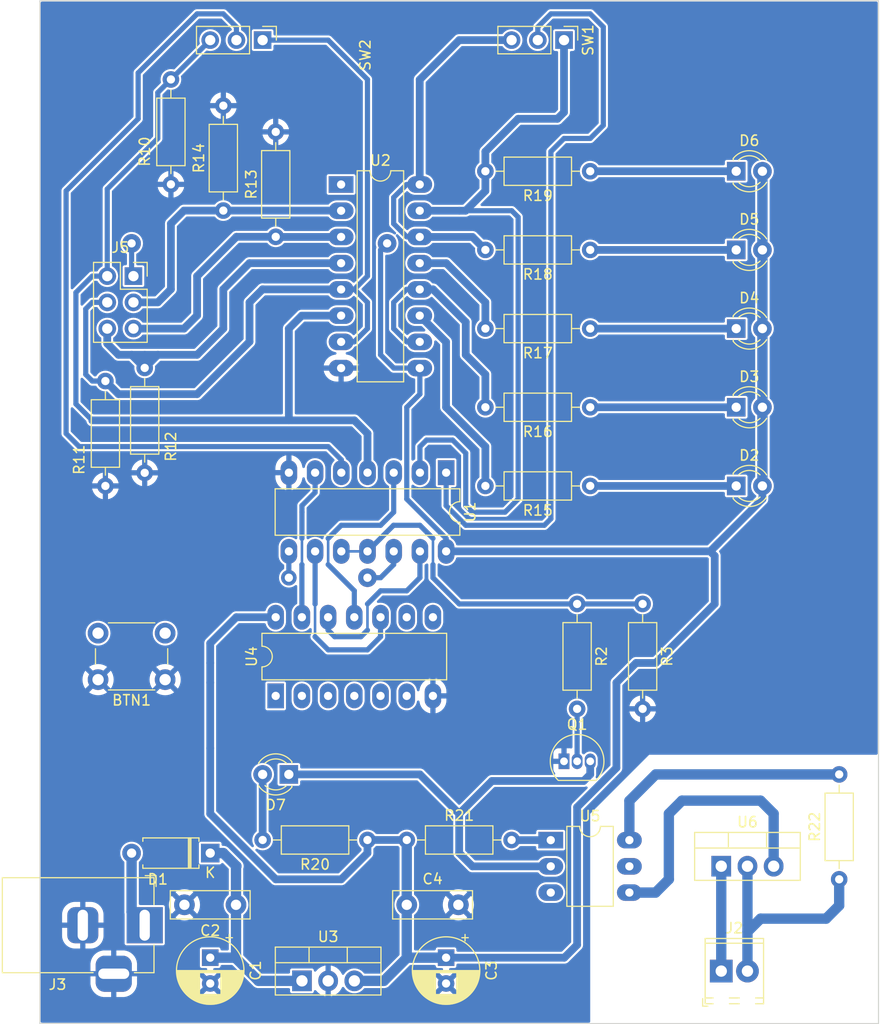
<source format=kicad_pcb>
(kicad_pcb (version 20211014) (generator pcbnew)
  (layers (0 "F.Cu" signal) (31 "B.Cu" signal) (34 "B.Paste" user) (35 "F.Paste" user) (36 "B.SilkS" user "B.Silkscreen") (37 "F.SilkS" user "F.Silkscreen") (38 "B.Mask" user) (39 "F.Mask" user) (44 "Edge.Cuts" user))
  (net 0 "")
  (net 1 "GNDD")
  (net 2 "+12V")
  (net 3 "+5V")
  (net 4 "Net-(BTN1-Pad2)")
  (net 5 "Net-(D2-Pad1)")
  (net 6 "Net-(D4-Pad1)")
  (net 7 "Net-(D5-Pad1)")
  (net 8 "Net-(D6-Pad1)")
  (net 9 "Net-(D7-Pad1)")
  (net 10 "Net-(D7-Pad2)")
  (net 11 "Net-(J2-Pad1)")
  (net 12 "Net-(J2-Pad2)")
  (net 13 "11")
  (net 14 "Net-(J5-Pad3)")
  (net 15 "22")
  (net 16 "Net-(J5-Pad6)")
  (net 17 "Net-(Q1-Pad2)")
  (net 18 "Net-(R2-Pad1)")
  (net 19 "/N1")
  (net 20 "/N3")
  (net 21 "N5")
  (net 22 "Net-(R21-Pad2)")
  (net 23 "Net-(R22-Pad2)")
  (net 24 "Net-(SW1-Pad2)")
  (net 25 "N44")
  (net 26 "Net-(SW2-Pad2)")
  (net 27 "Net-(U1-Pad3)")
  (net 28 "N22")
  (net 30 "Net-(U5-Pad4)")
  (net 32 "Net-(U1-Pad13)")
  (net 33 "Net-(J3-Pad1)")
  (net 34 "Net-(U1-Pad6)")
  (net 35 "Net-(U1-Pad9)")
  (net 36 "Net-(D3-Pad1)")
  (net 37 "Net-(J5-Pad5)")
  (footprint "Connector_BarrelJack:BarrelJack_Horizontal" (layer "F.Cu") (at 213.36 140.335)
    (fp_text reference "J3" (at -8.45 5.75) (layer "F.SilkS"))
    (fp_text value "DC IN")
    (pad "1" thru_hole rect (at 0 0) (size 3.5 3.5) (drill oval 1 3) (layers *.Cu *.Mask) (net 33 "Net-(J3-Pad1)"))
    (pad "2" thru_hole roundrect (at -6 0) (size 3 3.5) (drill oval 1 3) (layers *.Cu *.Mask) (net 1 "GNDD"))
    (pad "3" thru_hole roundrect (at -3 4.7) (size 3.5 3.5) (drill oval 3 1) (layers *.Cu *.Mask) (net 1 "GNDD"))
  )
  (footprint "Package_TO_SOT_THT:TO-220-3_Vertical" (layer "F.Cu") (at 228.6 145.725)
    (fp_text reference "U3" (at 2.54 -4.27) (layer "F.SilkS"))
    (fp_text value "LM7805")
    (pad "1" thru_hole rect (at 0 0) (size 1.905 2) (drill 1.1) (layers *.Cu *.Mask) (net 2 "+12V"))
    (pad "2" thru_hole oval (at 2.54 0) (size 1.905 2) (drill 1.1) (layers *.Cu *.Mask) (net 1 "GNDD"))
    (pad "3" thru_hole oval (at 5.08 0) (size 1.905 2) (drill 1.1) (layers *.Cu *.Mask) (net 3 "+5V"))
  )
  (footprint "Capacitor_THT:CP_Radial_D6.3mm_P2.50mm" (layer "F.Cu") (at 242.57 143.48 -90)
    (fp_text reference "C3" (at 1.25 -4.4 90) (layer "F.SilkS"))
    (fp_text value "470uF")
    (pad "1" thru_hole rect (at 0 0 270) (size 1.6 1.6) (drill 0.8) (layers *.Cu *.Mask) (net 3 "+5V"))
    (pad "2" thru_hole circle (at 2.5 0 270) (size 1.6 1.6) (drill 0.8) (layers *.Cu *.Mask) (net 1 "GNDD"))
  )
  (footprint "Resistor_THT:R_Axial_DIN0207_L6.3mm_D2.5mm_P10.16mm_Horizontal" (layer "F.Cu") (at 256.54 97.79 180)
    (fp_text reference "R15" (at 5.08 -2.37) (layer "F.SilkS"))
    (fp_text value "330R")
    (pad "1" thru_hole circle (at 0 0 180) (size 1.6 1.6) (drill 0.8) (layers *.Cu *.Mask) (net 5 "Net-(D2-Pad1)"))
    (pad "2" thru_hole oval (at 10.16 0 180) (size 1.6 1.6) (drill 0.8) (layers *.Cu *.Mask) (net 19 "/N1"))
  )
  (footprint "Connector_PinHeader_2.54mm:PinHeader_1x03_P2.54mm_Vertical" (layer "F.Cu") (at 254 54.61 -90)
    (fp_text reference "SW1" (at 0 -2.33 90) (layer "F.SilkS"))
    (fp_text value "Nivel MAX")
    (pad "1" thru_hole rect (at 0 0 270) (size 1.7 1.7) (drill 1) (layers *.Cu *.Mask) (net 21 "N5"))
    (pad "2" thru_hole oval (at 0 2.54 270) (size 1.7 1.7) (drill 1) (layers *.Cu *.Mask) (net 24 "Net-(SW1-Pad2)"))
    (pad "3" thru_hole oval (at 0 5.08 270) (size 1.7 1.7) (drill 1) (layers *.Cu *.Mask) (net 25 "N44"))
  )
  (footprint "LED_THT:LED_D3.0mm_IRGrey" (layer "F.Cu") (at 227.33 125.73 180)
    (fp_text reference "D7" (at 1.27 -2.96) (layer "F.SilkS"))
    (fp_text value "ENCENDIDO")
    (pad "1" thru_hole rect (at 0 0 180) (size 1.8 1.8) (drill 0.9) (layers *.Cu *.Mask) (net 9 "Net-(D7-Pad1)"))
    (pad "2" thru_hole circle (at 2.54 0 180) (size 1.8 1.8) (drill 0.9) (layers *.Cu *.Mask) (net 10 "Net-(D7-Pad2)"))
  )
  (footprint "Resistor_THT:R_Axial_DIN0207_L6.3mm_D2.5mm_P10.16mm_Horizontal" (layer "F.Cu") (at 213.36 86.36 -90)
    (fp_text reference "R12" (at 7.62 -2.54 90) (layer "F.SilkS"))
    (fp_text value "1K")
    (pad "1" thru_hole circle (at 0 0 270) (size 1.6 1.6) (drill 0.8) (layers *.Cu *.Mask) (net 16 "Net-(J5-Pad6)"))
    (pad "2" thru_hole oval (at 10.16 0 270) (size 1.6 1.6) (drill 0.8) (layers *.Cu *.Mask) (net 1 "GNDD"))
  )
  (footprint "Resistor_THT:R_Axial_DIN0207_L6.3mm_D2.5mm_P10.16mm_Horizontal" (layer "F.Cu") (at 280.67 135.89 90)
    (fp_text reference "R22" (at 5.08 -2.37 90) (layer "F.SilkS"))
    (fp_text value "470R")
    (pad "1" thru_hole circle (at 0 0 90) (size 1.6 1.6) (drill 0.8) (layers *.Cu *.Mask) (net 12 "Net-(J2-Pad2)"))
    (pad "2" thru_hole oval (at 10.16 0 90) (size 1.6 1.6) (drill 0.8) (layers *.Cu *.Mask) (net 23 "Net-(R22-Pad2)"))
  )
  (footprint "LED_THT:LED_D3.0mm" (layer "F.Cu") (at 270.69 74.93)
    (fp_text reference "D5" (at 1.27 -2.96) (layer "F.SilkS"))
    (fp_text value "80%")
    (pad "1" thru_hole rect (at 0 0) (size 1.8 1.8) (drill 0.9) (layers *.Cu *.Mask) (net 7 "Net-(D5-Pad1)"))
    (pad "2" thru_hole circle (at 2.54 0) (size 1.8 1.8) (drill 0.9) (layers *.Cu *.Mask) (net 3 "+5V"))
  )
  (footprint "Resistor_THT:R_Axial_DIN0207_L6.3mm_D2.5mm_P10.16mm_Horizontal" (layer "F.Cu") (at 234.95 132.08 180)
    (fp_text reference "R20" (at 5.08 -2.37) (layer "F.SilkS"))
    (fp_text value "330R")
    (pad "1" thru_hole circle (at 0 0 180) (size 1.6 1.6) (drill 0.8) (layers *.Cu *.Mask) (net 3 "+5V"))
    (pad "2" thru_hole oval (at 10.16 0 180) (size 1.6 1.6) (drill 0.8) (layers *.Cu *.Mask) (net 10 "Net-(D7-Pad2)"))
  )
  (footprint "Resistor_THT:R_Axial_DIN0207_L6.3mm_D2.5mm_P10.16mm_Horizontal" (layer "F.Cu") (at 256.54 90.17 180)
    (fp_text reference "R16" (at 5.08 -2.37) (layer "F.SilkS"))
    (fp_text value "330R")
    (pad "1" thru_hole circle (at 0 0 180) (size 1.6 1.6) (drill 0.8) (layers *.Cu *.Mask) (net 36 "Net-(D3-Pad1)"))
    (pad "2" thru_hole oval (at 10.16 0 180) (size 1.6 1.6) (drill 0.8) (layers *.Cu *.Mask) (net 28 "N22"))
  )
  (footprint "Resistor_THT:R_Axial_DIN0207_L6.3mm_D2.5mm_P10.16mm_Horizontal" (layer "F.Cu") (at 238.76 132.08)
    (fp_text reference "R21" (at 5.08 -2.37) (layer "F.SilkS"))
    (fp_text value "330R")
    (pad "1" thru_hole circle (at 0 0) (size 1.6 1.6) (drill 0.8) (layers *.Cu *.Mask) (net 3 "+5V"))
    (pad "2" thru_hole oval (at 10.16 0) (size 1.6 1.6) (drill 0.8) (layers *.Cu *.Mask) (net 22 "Net-(R21-Pad2)"))
  )
  (footprint "Connector_PinSocket_2.54mm:PinSocket_2x03_P2.54mm_Vertical" (layer "F.Cu") (at 212.27 77.47)
    (fp_text reference "J5" (at -1.27 -2.77) (layer "F.SilkS"))
    (fp_text value "HX30002-BA")
    (pad "1" thru_hole rect (at 0 0) (size 1.7 1.7) (drill 1) (layers *.Cu *.Mask) (net 3 "+5V"))
    (pad "2" thru_hole oval (at -2.54 0) (size 1.7 1.7) (drill 1) (layers *.Cu *.Mask) (net 13 "11"))
    (pad "3" thru_hole oval (at 0 2.54) (size 1.7 1.7) (drill 1) (layers *.Cu *.Mask) (net 14 "Net-(J5-Pad3)"))
    (pad "4" thru_hole oval (at -2.54 2.54) (size 1.7 1.7) (drill 1) (layers *.Cu *.Mask) (net 15 "22"))
    (pad "5" thru_hole oval (at 0 5.08) (size 1.7 1.7) (drill 1) (layers *.Cu *.Mask) (net 37 "Net-(J5-Pad5)"))
    (pad "6" thru_hole oval (at -2.54 5.08) (size 1.7 1.7) (drill 1) (layers *.Cu *.Mask) (net 16 "Net-(J5-Pad6)"))
  )
  (footprint "Resistor_THT:R_Axial_DIN0207_L6.3mm_D2.5mm_P10.16mm_Horizontal" (layer "F.Cu") (at 209.55 87.63 -90)
    (fp_text reference "R11" (at 7.62 2.54 90) (layer "F.SilkS"))
    (fp_text value "1K")
    (pad "1" thru_hole circle (at 0 0 270) (size 1.6 1.6) (drill 0.8) (layers *.Cu *.Mask) (net 15 "22"))
    (pad "2" thru_hole oval (at 10.16 0 270) (size 1.6 1.6) (drill 0.8) (layers *.Cu *.Mask) (net 1 "GNDD"))
  )
  (footprint "Resistor_THT:R_Axial_DIN0207_L6.3mm_D2.5mm_P10.16mm_Horizontal" (layer "F.Cu") (at 255.27 109.22 -90)
    (fp_text reference "R2" (at 5.08 -2.37 90) (layer "F.SilkS"))
    (fp_text value "1K")
    (pad "1" thru_hole circle (at 0 0 270) (size 1.6 1.6) (drill 0.8) (layers *.Cu *.Mask) (net 18 "Net-(R2-Pad1)"))
    (pad "2" thru_hole oval (at 10.16 0 270) (size 1.6 1.6) (drill 0.8) (layers *.Cu *.Mask) (net 17 "Net-(Q1-Pad2)"))
  )
  (footprint "Resistor_THT:R_Axial_DIN0207_L6.3mm_D2.5mm_P10.16mm_Horizontal" (layer "F.Cu") (at 256.54 82.55 180)
    (fp_text reference "R17" (at 5.08 -2.37) (layer "F.SilkS"))
    (fp_text value "330R")
    (pad "1" thru_hole circle (at 0 0 180) (size 1.6 1.6) (drill 0.8) (layers *.Cu *.Mask) (net 6 "Net-(D4-Pad1)"))
    (pad "2" thru_hole oval (at 10.16 0 180) (size 1.6 1.6) (drill 0.8) (layers *.Cu *.Mask) (net 20 "/N3"))
  )
  (footprint "TerminalBlock_Phoenix:TerminalBlock_Phoenix_MPT-0,5-2-2.54_1x02_P2.54mm_Horizontal" (layer "F.Cu") (at 269.24 144.78)
    (fp_text reference "J2" (at 1.27 -4.16) (layer "F.SilkS"))
    (fp_text value "Vca_OUT")
    (pad "" np_thru_hole circle (at 2.54 2.54) (size 1.1 1.1) (drill 1.1) (layers *.Cu *.Mask))
    (pad "" np_thru_hole circle (at 0 2.54) (size 1.1 1.1) (drill 1.1) (layers *.Cu *.Mask))
    (pad "1" thru_hole rect (at 0 0) (size 2.2 2.2) (drill 1.1) (layers *.Cu *.Mask) (net 11 "Net-(J2-Pad1)"))
    (pad "2" thru_hole circle (at 2.54 0) (size 2.2 2.2) (drill 1.1) (layers *.Cu *.Mask) (net 12 "Net-(J2-Pad2)"))
  )
  (footprint "Connector_PinHeader_2.54mm:PinHeader_1x03_P2.54mm_Vertical" (layer "F.Cu") (at 224.79 54.61 -90)
    (fp_text reference "SW2" (at 1.45 -9.95 90) (layer "F.SilkS"))
    (fp_text value "Nivel Min")
    (pad "1" thru_hole rect (at 0 0 270) (size 1.7 1.7) (drill 1) (layers *.Cu *.Mask) (net 15 "22"))
    (pad "2" thru_hole oval (at 0 2.54 270) (size 1.7 1.7) (drill 1) (layers *.Cu *.Mask) (net 26 "Net-(SW2-Pad2)"))
    (pad "3" thru_hole oval (at 0 5.08 270) (size 1.7 1.7) (drill 1) (layers *.Cu *.Mask) (net 13 "11"))
  )
  (footprint "Capacitor_THT:CP_Radial_D6.3mm_P2.50mm" (layer "F.Cu") (at 219.71 143.48 -90)
    (fp_text reference "C1" (at 1.25 -4.4 90) (layer "F.SilkS"))
    (fp_text value "470uF")
    (pad "1" thru_hole rect (at 0 0 270) (size 1.6 1.6) (drill 0.8) (layers *.Cu *.Mask) (net 2 "+12V"))
    (pad "2" thru_hole circle (at 2.5 0 270) (size 1.6 1.6) (drill 0.8) (layers *.Cu *.Mask) (net 1 "GNDD"))
  )
  (footprint "Resistor_THT:R_Axial_DIN0207_L6.3mm_D2.5mm_P10.16mm_Horizontal" (layer "F.Cu") (at 220.98 71.12 90)
    (fp_text reference "R14" (at 5.08 -2.37 90) (layer "F.SilkS"))
    (fp_text value "1K")
    (pad "1" thru_hole circle (at 0 0 90) (size 1.6 1.6) (drill 0.8) (layers *.Cu *.Mask) (net 14 "Net-(J5-Pad3)"))
    (pad "2" thru_hole oval (at 10.16 0 90) (size 1.6 1.6) (drill 0.8) (layers *.Cu *.Mask) (net 1 "GNDD"))
  )
  (footprint "LED_THT:LED_D3.0mm" (layer "F.Cu") (at 270.69 90.17)
    (fp_text reference "D3" (at 1.27 -2.96) (layer "F.SilkS"))
    (fp_text value "40%")
    (pad "1" thru_hole rect (at 0 0) (size 1.8 1.8) (drill 0.9) (layers *.Cu *.Mask) (net 36 "Net-(D3-Pad1)"))
    (pad "2" thru_hole circle (at 2.54 0) (size 1.8 1.8) (drill 0.9) (layers *.Cu *.Mask) (net 3 "+5V"))
  )
  (footprint "Capacitor_THT:C_Disc_D7.5mm_W2.5mm_P5.00mm" (layer "F.Cu") (at 238.76 138.36)
    (fp_text reference "C4" (at 2.5 -2.5) (layer "F.SilkS"))
    (fp_text value "100nF")
    (pad "1" thru_hole circle (at 0 0) (size 2 2) (drill 1) (layers *.Cu *.Mask) (net 3 "+5V"))
    (pad "2" thru_hole circle (at 5 0) (size 2 2) (drill 1) (layers *.Cu *.Mask) (net 1 "GNDD"))
  )
  (footprint "Diode_THT:D_A-405_P7.62mm_Horizontal" (layer "F.Cu") (at 219.71 133.35 180)
    (fp_text reference "D1" (at 5.08 -2.54 180) (layer "F.SilkS"))
    (fp_text value "1N4148")
    (fp_text user "K" (at 0 -1.9) (layer "F.SilkS"))
    (pad "1" thru_hole rect (at 0 0 180) (size 1.8 1.8) (drill 0.9) (layers *.Cu *.Mask) (net 2 "+12V"))
    (pad "2" thru_hole oval (at 7.62 0 180) (size 1.8 1.8) (drill 0.9) (layers *.Cu *.Mask) (net 33 "Net-(J3-Pad1)"))
  )
  (footprint "LED_THT:LED_D3.0mm" (layer "F.Cu") (at 270.69 82.55)
    (fp_text reference "D4" (at 1.27 -2.96) (layer "F.SilkS"))
    (fp_text value "60%")
    (pad "1" thru_hole rect (at 0 0) (size 1.8 1.8) (drill 0.9) (layers *.Cu *.Mask) (net 6 "Net-(D4-Pad1)"))
    (pad "2" thru_hole circle (at 2.54 0) (size 1.8 1.8) (drill 0.9) (layers *.Cu *.Mask) (net 3 "+5V"))
  )
  (footprint "Resistor_THT:R_Axial_DIN0207_L6.3mm_D2.5mm_P10.16mm_Horizontal" (layer "F.Cu") (at 261.62 109.22 -90)
    (fp_text reference "R3" (at 5.08 -2.37 90) (layer "F.SilkS"))
    (fp_text value "10K")
    (pad "1" thru_hole circle (at 0 0 270) (size 1.6 1.6) (drill 0.8) (layers *.Cu *.Mask) (net 18 "Net-(R2-Pad1)"))
    (pad "2" thru_hole oval (at 10.16 0 270) (size 1.6 1.6) (drill 0.8) (layers *.Cu *.Mask) (net 1 "GNDD"))
  )
  (footprint "Package_DIP:DIP-14_W7.62mm_LongPads" (layer "F.Cu") (at 226.055 118.125 90)
    (fp_text reference "U4" (at 3.81 -2.33 90) (layer "F.SilkS"))
    (fp_text value "74HC14")
    (pad "1" thru_hole rect (at 0 0 90) (size 2.4 1.6) (drill 0.8) (layers *.Cu *.Mask))
    (pad "2" thru_hole oval (at 0 2.54 90) (size 2.4 1.6) (drill 0.8) (layers *.Cu *.Mask))
    (pad "3" thru_hole oval (at 0 5.08 90) (size 2.4 1.6) (drill 0.8) (layers *.Cu *.Mask))
    (pad "4" thru_hole oval (at 0 7.62 90) (size 2.4 1.6) (drill 0.8) (layers *.Cu *.Mask))
    (pad "5" thru_hole oval (at 0 10.16 90) (size 2.4 1.6) (drill 0.8) (layers *.Cu *.Mask))
    (pad "6" thru_hole oval (at 0 12.7 90) (size 2.4 1.6) (drill 0.8) (layers *.Cu *.Mask))
    (pad "7" thru_hole oval (at 0 15.24 90) (size 2.4 1.6) (drill 0.8) (layers *.Cu *.Mask) (net 1 "GNDD"))
    (pad "8" thru_hole oval (at 7.62 15.24 90) (size 2.4 1.6) (drill 0.8) (layers *.Cu *.Mask))
    (pad "9" thru_hole oval (at 7.62 12.7 90) (size 2.4 1.6) (drill 0.8) (layers *.Cu *.Mask))
    (pad "10" thru_hole oval (at 7.62 10.16 90) (size 2.4 1.6) (drill 0.8) (layers *.Cu *.Mask) (net 35 "Net-(U1-Pad9)"))
    (pad "11" thru_hole oval (at 7.62 7.62 90) (size 2.4 1.6) (drill 0.8) (layers *.Cu *.Mask) (net 27 "Net-(U1-Pad3)"))
    (pad "12" thru_hole oval (at 7.62 5.08 90) (size 2.4 1.6) (drill 0.8) (layers *.Cu *.Mask) (net 32 "Net-(U1-Pad13)"))
    (pad "13" thru_hole oval (at 7.62 2.54 90) (size 2.4 1.6) (drill 0.8) (layers *.Cu *.Mask) (net 34 "Net-(U1-Pad6)"))
    (pad "14" thru_hole oval (at 7.62 0 90) (size 2.4 1.6) (drill 0.8) (layers *.Cu *.Mask) (net 3 "+5V"))
  )
  (footprint "Package_TO_SOT_THT:TO-92_Inline" (layer "F.Cu") (at 254 124.46)
    (fp_text reference "Q1" (at 1.27 -3.56) (layer "F.SilkS"))
    (fp_text value "2N3904")
    (pad "1" thru_hole rect (at 0 0) (size 1.05 1.5) (drill 0.75) (layers *.Cu *.Mask) (net 1 "GNDD"))
    (pad "2" thru_hole oval (at 1.27 0) (size 1.05 1.5) (drill 0.75) (layers *.Cu *.Mask) (net 17 "Net-(Q1-Pad2)"))
    (pad "3" thru_hole oval (at 2.54 0) (size 1.05 1.5) (drill 0.75) (layers *.Cu *.Mask) (net 9 "Net-(D7-Pad1)"))
  )
  (footprint "Capacitor_THT:C_Disc_D7.5mm_W2.5mm_P5.00mm" (layer "F.Cu") (at 222.21 138.36 180)
    (fp_text reference "C2" (at 2.5 -2.5) (layer "F.SilkS"))
    (fp_text value "100nF")
    (pad "1" thru_hole circle (at 0 0 180) (size 2 2) (drill 1) (layers *.Cu *.Mask) (net 2 "+12V"))
    (pad "2" thru_hole circle (at 5 0 180) (size 2 2) (drill 1) (layers *.Cu *.Mask) (net 1 "GNDD"))
  )
  (footprint "Resistor_THT:R_Axial_DIN0207_L6.3mm_D2.5mm_P10.16mm_Horizontal" (layer "F.Cu") (at 226.06 73.66 90)
    (fp_text reference "R13" (at 5.08 -2.37 90) (layer "F.SilkS"))
    (fp_text value "1K")
    (pad "1" thru_hole circle (at 0 0 90) (size 1.6 1.6) (drill 0.8) (layers *.Cu *.Mask) (net 37 "Net-(J5-Pad5)"))
    (pad "2" thru_hole oval (at 10.16 0 90) (size 1.6 1.6) (drill 0.8) (layers *.Cu *.Mask) (net 1 "GNDD"))
  )
  (footprint "Resistor_THT:R_Axial_DIN0207_L6.3mm_D2.5mm_P10.16mm_Horizontal" (layer "F.Cu") (at 256.54 74.93 180)
    (fp_text reference "R18" (at 5.08 -2.37) (layer "F.SilkS"))
    (fp_text value "330R")
    (pad "1" thru_hole circle (at 0 0 180) (size 1.6 1.6) (drill 0.8) (layers *.Cu *.Mask) (net 7 "Net-(D5-Pad1)"))
    (pad "2" thru_hole oval (at 10.16 0 180) (size 1.6 1.6) (drill 0.8) (layers *.Cu *.Mask) (net 25 "N44"))
  )
  (footprint "Package_DIP:DIP-16_W7.62mm_LongPads" (layer "F.Cu") (at 232.395 68.595)
    (fp_text reference "U2" (at 3.81 -2.33) (layer "F.SilkS"))
    (fp_text value "ULN2003")
    (pad "1" thru_hole rect (at 0 0) (size 2.4 1.6) (drill 0.8) (layers *.Cu *.Mask) (net 37 "Net-(J5-Pad5)"))
    (pad "2" thru_hole oval (at 0 2.54) (size 2.4 1.6) (drill 0.8) (layers *.Cu *.Mask) (net 14 "Net-(J5-Pad3)"))
    (pad "3" thru_hole oval (at 0 5.08) (size 2.4 1.6) (drill 0.8) (layers *.Cu *.Mask) (net 37 "Net-(J5-Pad5)"))
    (pad "4" thru_hole oval (at 0 7.62) (size 2.4 1.6) (drill 0.8) (layers *.Cu *.Mask) (net 16 "Net-(J5-Pad6)"))
    (pad "5" thru_hole oval (at 0 10.16) (size 2.4 1.6) (drill 0.8) (layers *.Cu *.Mask) (net 15 "22"))
    (pad "6" thru_hole oval (at 0 12.7) (size 2.4 1.6) (drill 0.8) (layers *.Cu *.Mask) (net 13 "11"))
    (pad "7" thru_hole oval (at 0 15.24) (size 2.4 1.6) (drill 0.8) (layers *.Cu *.Mask) (net 15 "22"))
    (pad "8" thru_hole oval (at 0 17.78) (size 2.4 1.6) (drill 0.8) (layers *.Cu *.Mask) (net 1 "GNDD"))
    (pad "9" thru_hole oval (at 7.62 17.78) (size 2.4 1.6) (drill 0.8) (layers *.Cu *.Mask) (net 3 "+5V"))
    (pad "10" thru_hole oval (at 7.62 15.24) (size 2.4 1.6) (drill 0.8) (layers *.Cu *.Mask) (net 28 "N22"))
    (pad "11" thru_hole oval (at 7.62 12.7) (size 2.4 1.6) (drill 0.8) (layers *.Cu *.Mask) (net 19 "/N1"))
    (pad "12" thru_hole oval (at 7.62 10.16) (size 2.4 1.6) (drill 0.8) (layers *.Cu *.Mask) (net 28 "N22"))
    (pad "13" thru_hole oval (at 7.62 7.62) (size 2.4 1.6) (drill 0.8) (layers *.Cu *.Mask) (net 20 "/N3"))
    (pad "14" thru_hole oval (at 7.62 5.08) (size 2.4 1.6) (drill 0.8) (layers *.Cu *.Mask) (net 25 "N44"))
    (pad "15" thru_hole oval (at 7.62 2.54) (size 2.4 1.6) (drill 0.8) (layers *.Cu *.Mask) (net 21 "N5"))
    (pad "16" thru_hole oval (at 7.62 0) (size 2.4 1.6) (drill 0.8) (layers *.Cu *.Mask) (net 25 "N44"))
  )
  (footprint "Package_DIP:DIP-14_W7.62mm_LongPads" (layer "F.Cu") (at 242.575 96.505 -90)
    (fp_text reference "U1" (at 3.81 -2.33 90) (layer "F.SilkS"))
    (fp_text value "74HC00")
    (pad "1" thru_hole rect (at 0 0 270) (size 2.4 1.6) (drill 0.8) (layers *.Cu *.Mask) (net 24 "Net-(SW1-Pad2)"))
    (pad "2" thru_hole oval (at 0 2.54 270) (size 2.4 1.6) (drill 0.8) (layers *.Cu *.Mask) (net 21 "N5"))
    (pad "3" thru_hole oval (at 0 5.08 270) (size 2.4 1.6) (drill 0.8) (layers *.Cu *.Mask) (net 27 "Net-(U1-Pad3)"))
    (pad "4" thru_hole oval (at 0 7.62 270) (size 2.4 1.6) (drill 0.8) (layers *.Cu *.Mask) (net 13 "11"))
    (pad "5" thru_hole oval (at 0 10.16 270) (size 2.4 1.6) (drill 0.8) (layers *.Cu *.Mask) (net 26 "Net-(SW2-Pad2)"))
    (pad "6" thru_hole oval (at 0 12.7 270) (size 2.4 1.6) (drill 0.8) (layers *.Cu *.Mask) (net 34 "Net-(U1-Pad6)"))
    (pad "7" thru_hole oval (at 0 15.24 270) (size 2.4 1.6) (drill 0.8) (layers *.Cu *.Mask) (net 1 "GNDD"))
    (pad "8" thru_hole oval (at 7.62 15.24 270) (size 2.4 1.6) (drill 0.8) (layers *.Cu *.Mask) (net 4 "Net-(BTN1-Pad2)"))
    (pad "9" thru_hole oval (at 7.62 12.7 270) (size 2.4 1.6) (drill 0.8) (layers *.Cu *.Mask) (net 35 "Net-(U1-Pad9)"))
    (pad "10" thru_hole oval (at 7.62 10.16 270) (size 2.4 1.6) (drill 0.8) (layers *.Cu *.Mask) (net 18 "Net-(R2-Pad1)"))
    (pad "11" thru_hole oval (at 7.62 7.62 270) (size 2.4 1.6) (drill 0.8) (layers *.Cu *.Mask) (net 18 "Net-(R2-Pad1)"))
    (pad "12" thru_hole oval (at 7.62 5.08 270) (size 2.4 1.6) (drill 0.8) (layers *.Cu *.Mask) (net 4 "Net-(BTN1-Pad2)"))
    (pad "13" thru_hole oval (at 7.62 2.54 270) (size 2.4 1.6) (drill 0.8) (layers *.Cu *.Mask) (net 32 "Net-(U1-Pad13)"))
    (pad "14" thru_hole oval (at 7.62 0 270) (size 2.4 1.6) (drill 0.8) (layers *.Cu *.Mask) (net 3 "+5V"))
  )
  (footprint "Resistor_THT:R_Axial_DIN0207_L6.3mm_D2.5mm_P10.16mm_Horizontal" (layer "F.Cu") (at 215.9 58.42 -90)
    (fp_text reference "R10" (at 6.985 2.54 90) (layer "F.SilkS"))
    (fp_text value "1K")
    (pad "1" thru_hole circle (at 0 0 270) (size 1.6 1.6) (drill 0.8) (layers *.Cu *.Mask) (net 13 "11"))
    (pad "2" thru_hole oval (at 10.16 0 270) (size 1.6 1.6) (drill 0.8) (layers *.Cu *.Mask) (net 1 "GNDD"))
  )
  (footprint "LED_THT:LED_D3.0mm" (layer "F.Cu") (at 270.69 67.31)
    (fp_text reference "D6" (at 1.27 -2.96) (layer "F.SilkS"))
    (fp_text value "100%")
    (pad "1" thru_hole rect (at 0 0) (size 1.8 1.8) (drill 0.9) (layers *.Cu *.Mask) (net 8 "Net-(D6-Pad1)"))
    (pad "2" thru_hole circle (at 2.54 0) (size 1.8 1.8) (drill 0.9) (layers *.Cu *.Mask) (net 3 "+5V"))
  )
  (footprint "Package_TO_SOT_THT:TO-220-3_Vertical" (layer "F.Cu") (at 269.24 134.62)
    (fp_text reference "U6" (at 2.54 -4.27) (layer "F.SilkS"))
    (fp_text value "BTA16-600C")
    (pad "1" thru_hole rect (at 0 0) (size 1.905 2) (drill 1.1) (layers *.Cu *.Mask) (net 11 "Net-(J2-Pad1)"))
    (pad "2" thru_hole oval (at 2.54 0) (size 1.905 2) (drill 1.1) (layers *.Cu *.Mask) (net 12 "Net-(J2-Pad2)"))
    (pad "3" thru_hole oval (at 5.08 0) (size 1.905 2) (drill 1.1) (layers *.Cu *.Mask) (net 30 "Net-(U5-Pad4)"))
  )
  (footprint "Resistor_THT:R_Axial_DIN0207_L6.3mm_D2.5mm_P10.16mm_Horizontal" (layer "F.Cu") (at 256.54 67.31 180)
    (fp_text reference "R19" (at 5.08 -2.37) (layer "F.SilkS"))
    (fp_text value "330R")
    (pad "1" thru_hole circle (at 0 0 180) (size 1.6 1.6) (drill 0.8) (layers *.Cu *.Mask) (net 8 "Net-(D6-Pad1)"))
    (pad "2" thru_hole oval (at 10.16 0 180) (size 1.6 1.6) (drill 0.8) (layers *.Cu *.Mask) (net 21 "N5"))
  )
  (footprint "LED_THT:LED_D3.0mm" (layer "F.Cu") (at 270.69 97.79)
    (fp_text reference "D2" (at 1.27 -2.96) (layer "F.SilkS"))
    (fp_text value "20%")
    (pad "1" thru_hole rect (at 0 0) (size 1.8 1.8) (drill 0.9) (layers *.Cu *.Mask) (net 5 "Net-(D2-Pad1)"))
    (pad "2" thru_hole circle (at 2.54 0) (size 1.8 1.8) (drill 0.9) (layers *.Cu *.Mask) (net 3 "+5V"))
  )
  (footprint "Package_DIP:DIP-6_W7.62mm_LongPads" (layer "F.Cu") (at 252.715 132.095)
    (fp_text reference "U5" (at 3.81 -2.33) (layer "F.SilkS"))
    (fp_text value "MOC3021M")
    (pad "1" thru_hole rect (at 0 0) (size 2.4 1.6) (drill 0.8) (layers *.Cu *.Mask) (net 22 "Net-(R21-Pad2)"))
    (pad "2" thru_hole oval (at 0 2.54) (size 2.4 1.6) (drill 0.8) (layers *.Cu *.Mask) (net 9 "Net-(D7-Pad1)"))
    (pad "3" thru_hole oval (at 0 5.08) (size 2.4 1.6) (drill 0.8) (layers *.Cu *.Mask))
    (pad "4" thru_hole oval (at 7.62 5.08) (size 2.4 1.6) (drill 0.8) (layers *.Cu *.Mask) (net 30 "Net-(U5-Pad4)"))
    (pad "5" thru_hole oval (at 7.62 2.54) (size 2.4 1.6) (drill 0.8) (layers *.Cu *.Mask))
    (pad "6" thru_hole oval (at 7.62 0) (size 2.4 1.6) (drill 0.8) (layers *.Cu *.Mask) (net 23 "Net-(R22-Pad2)"))
  )
  (footprint "Button_Switch_THT:SW_PUSH_6mm_H4.3mm" (layer "F.Cu") (at 215.34 116.55 180)
    (fp_text reference "BTN1" (at 3.25 -2) (layer "F.SilkS"))
    (fp_text value "Encendido")
    (pad "1" thru_hole circle (at 6.5 0 270) (size 2 2) (drill 1.1) (layers *.Cu *.Mask) (net 1 "GNDD"))
    (pad "1" thru_hole circle (at 0 0 270) (size 2 2) (drill 1.1) (layers *.Cu *.Mask) (net 1 "GNDD"))
    (pad "2" thru_hole circle (at 0 4.5 270) (size 2 2) (drill 1.1) (layers *.Cu *.Mask) (net 4 "Net-(BTN1-Pad2)"))
    (pad "2" thru_hole circle (at 6.5 4.5 270) (size 2 2) (drill 1.1) (layers *.Cu *.Mask) (net 4 "Net-(BTN1-Pad2)"))
  )
  (gr_line (start 284.48 149.86) (end 203.2 149.86) (layer "Edge.Cuts") (width 0.1))
  (gr_line (start 203.2 50.8) (end 284.48 50.8) (layer "Edge.Cuts") (width 0.1))
  (gr_line (start 203.2 149.86) (end 203.2 50.8) (layer "Edge.Cuts") (width 0.1))
  (gr_line (start 284.48 50.8) (end 284.48 149.86) (layer "Edge.Cuts") (width 0.1))
  (segment (start 228.6 145.725) (end 224.385 145.725) (width 1) (layer "B.Cu") (net 2))
  (segment (start 222.21 134.66) (end 222.21 138.36) (width 1) (layer "B.Cu") (net 2))
  (segment (start 222.25 134.62) (end 222.21 134.66) (width 1) (layer "B.Cu") (net 2))
  (segment (start 222.21 143.55) (end 222.14 143.48) (width 1) (layer "B.Cu") (net 2))
  (segment (start 220.98 133.35) (end 222.25 134.62) (width 1) (layer "B.Cu") (net 2))
  (segment (start 224.385 145.725) (end 222.21 143.55) (width 1) (layer "B.Cu") (net 2))
  (segment (start 219.71 133.35) (end 220.98 133.35) (width 1) (layer "B.Cu") (net 2))
  (segment (start 222.21 138.36) (end 222.21 143.55) (width 1) (layer "B.Cu") (net 2))
  (segment (start 222.14 143.48) (end 219.71 143.48) (width 1) (layer "B.Cu") (net 2))
  (via (at 212.09 74.295) (size 1.8) (drill 0.8) (layers "F.Cu" "B.Cu") (net 3))
  (via (at 236.855 74.295) (size 1.8) (drill 0.8) (layers "F.Cu" "B.Cu") (net 3))
  (segment (start 236.545 145.725) (end 238.76 143.51) (width 1) (layer "B.Cu") (net 3))
  (segment (start 268.605 104.562208) (end 268.167792 104.125) (width 0.75) (layer "B.Cu") (net 3))
  (segment (start 259.08 116.84) (end 260.985 114.935) (width 0.75) (layer "B.Cu") (net 3))
  (segment (start 240.03 86.39) (end 240.015 86.375) (width 0.5) (layer "B.Cu") (net 3))
  (segment (start 238.76 143.51) (end 238.76 138.36) (width 1) (layer "B.Cu") (net 3))
  (segment (start 273.23 90.17) (end 273.23 97.79) (width 1) (layer "B.Cu") (net 3))
  (segment (start 273.23 67.31) (end 273.23 74.93) (width 1) (layer "B.Cu") (net 3))
  (segment (start 269.013896 103.278896) (end 268.167792 104.125) (width 0.75) (layer "B.Cu") (net 3))
  (segment (start 238.76 90.17) (end 240.03 88.9) (width 0.5) (layer "B.Cu") (net 3))
  (segment (start 212.09 74.295) (end 212.09 77.29) (width 0.5) (layer "B.Cu") (net 3))
  (segment (start 234.95 133.35) (end 234.95 132.08) (width 0.75) (layer "B.Cu") (net 3))
  (segment (start 268.167792 104.125) (end 267.955 104.125) (width 0.75) (layer "B.Cu") (net 3))
  (segment (start 273.23 97.79) (end 273.23 99.062792) (width 0.75) (layer "B.Cu") (net 3))
  (segment (start 219.71 114.935) (end 219.71 116.84) (width 0.75) (layer "B.Cu") (net 3))
  (segment (start 219.71 123.19) (end 219.71 129.54) (width 0.75) (layer "B.Cu") (net 3))
  (segment (start 226.055 110.505) (end 222.235 110.505) (width 0.75) (layer "B.Cu") (net 3))
  (segment (start 268.605 103.687792) (end 269.013896 103.278896) (width 0.75) (layer "B.Cu") (net 3))
  (segment (start 267.955 104.125) (end 242.575 104.125) (width 0.75) (layer "B.Cu") (net 3))
  (segment (start 238.79 143.48) (end 238.76 143.51) (width 1) (layer "B.Cu") (net 3))
  (segment (start 226.06 135.89) (end 232.41 135.89) (width 0.75) (layer "B.Cu") (net 3))
  (segment (start 268.605 109.22) (end 268.605 104.562208) (width 0.75) (layer "B.Cu") (net 3))
  (segment (start 242.57 143.48) (end 254.03 143.48) (width 0.75) (layer "B.Cu") (net 3))
  (segment (start 242.57 143.48) (end 238.79 143.48) (width 1) (layer "B.Cu") (net 3))
  (segment (start 255.27 128.905) (end 259.08 125.095) (width 0.75) (layer "B.Cu") (net 3))
  (segment (start 255.27 142.24) (end 255.27 128.905) (width 0.75) (layer "B.Cu") (net 3))
  (segment (start 273.23 82.55) (end 273.23 90.17) (width 1) (layer "B.Cu") (net 3))
  (segment (start 238.76 99.06) (end 238.76 90.17) (width 0.5) (layer "B.Cu") (net 3))
  (segment (start 212.09 77.29) (end 212.27 77.47) (width 0.5) (layer "B.Cu") (net 3))
  (segment (start 262.89 114.935) (end 268.605 109.22) (width 0.75) (layer "B.Cu") (net 3))
  (segment (start 222.235 110.505) (end 219.71 113.03) (width 0.75) (layer "B.Cu") (net 3))
  (segment (start 237.505 86.375) (end 236.22 85.09) (width 0.5) (layer "B.Cu") (net 3))
  (segment (start 233.68 145.725) (end 236.545 145.725) (width 1) (layer "B.Cu") (net 3))
  (segment (start 236.22 74.93) (end 236.855 74.295) (width 0.5) (layer "B.Cu") (net 3))
  (segment (start 273.23 74.93) (end 273.23 82.55) (width 1) (layer "B.Cu") (net 3))
  (segment (start 219.71 129.54) (end 226.06 135.89) (width 0.75) (layer "B.Cu") (net 3))
  (segment (start 242.575 104.125) (end 242.575 102.875) (width 0.5) (layer "B.Cu") (net 3))
  (segment (start 242.575 102.875) (end 238.76 99.06) (width 0.5) (layer "B.Cu") (net 3))
  (segment (start 232.41 135.89) (end 234.95 133.35) (width 0.75) (layer "B.Cu") (net 3))
  (segment (start 260.985 114.935) (end 262.89 114.935) (width 0.75) (layer "B.Cu") (net 3))
  (segment (start 254.03 143.48) (end 255.27 142.24) (width 0.75) (layer "B.Cu") (net 3))
  (segment (start 219.71 113.03) (end 219.71 114.935) (width 0.75) (layer "B.Cu") (net 3))
  (segment (start 259.08 125.095) (end 259.08 116.84) (width 0.75) (layer "B.Cu") (net 3))
  (segment (start 219.71 116.84) (end 219.71 123.19) (width 0.75) (layer "B.Cu") (net 3))
  (segment (start 238.76 138.36) (end 238.76 132.08) (width 1) (layer "B.Cu") (net 3))
  (segment (start 260.985 114.935) (end 261.62 114.935) (width 0.5) (layer "B.Cu") (net 3))
  (segment (start 240.03 88.9) (end 240.03 86.39) (width 0.5) (layer "B.Cu") (net 3))
  (segment (start 238.76 132.08) (end 234.95 132.08) (width 0.75) (layer "B.Cu") (net 3))
  (segment (start 273.23 99.062792) (end 269.013896 103.278896) (width 0.75) (layer "B.Cu") (net 3))
  (segment (start 240.015 86.375) (end 237.505 86.375) (width 0.5) (layer "B.Cu") (net 3))
  (segment (start 236.22 85.09) (end 236.22 74.93) (width 0.5) (layer "B.Cu") (net 3))
  (via (at 234.95 106.68) (size 1.8) (drill 0.8) (layers "F.Cu" "B.Cu") (net 4))
  (via (at 227.33 106.68) (size 1.5) (drill 0.8) (layers "F.Cu" "B.Cu") (net 4))
  (segment (start 237.495 105.405) (end 237.495 104.125) (width 0.5) (layer "B.Cu") (net 4))
  (segment (start 227.33 106.68) (end 227.33 104.13) (width 0.5) (layer "B.Cu") (net 4))
  (segment (start 236.22 106.68) (end 234.95 106.68) (width 0.5) (layer "B.Cu") (net 4))
  (segment (start 236.22 106.68) (end 237.495 105.405) (width 0.5) (layer "B.Cu") (net 4))
  (segment (start 227.33 104.13) (end 227.335 104.125) (width 0.5) (layer "B.Cu") (net 4))
  (segment (start 256.54 97.79) (end 270.69 97.79) (width 0.75) (layer "B.Cu") (net 5))
  (segment (start 256.54 82.55) (end 270.69 82.55) (width 0.75) (layer "B.Cu") (net 6))
  (segment (start 256.54 74.93) (end 270.69 74.93) (width 0.75) (layer "B.Cu") (net 7))
  (segment (start 256.54 67.31) (end 270.69 67.31) (width 0.75) (layer "B.Cu") (net 8))
  (segment (start 240.03 125.73) (end 243.84 129.54) (width 0.75) (layer "B.Cu") (net 9))
  (segment (start 243.84 133.35) (end 245.125 134.635) (width 0.75) (layer "B.Cu") (net 9))
  (segment (start 256.54 124.46) (end 256.54 125.73) (width 0.75) (layer "B.Cu") (net 9))
  (segment (start 243.84 129.54) (end 243.84 133.35) (width 0.75) (layer "B.Cu") (net 9))
  (segment (start 256.54 125.73) (end 255.905 126.365) (width 0.75) (layer "B.Cu") (net 9))
  (segment (start 255.905 126.365) (end 247.015 126.365) (width 0.75) (layer "B.Cu") (net 9))
  (segment (start 247.015 126.365) (end 243.84 129.54) (width 0.75) (layer "B.Cu") (net 9))
  (segment (start 245.125 134.635) (end 252.715 134.635) (width 0.75) (layer "B.Cu") (net 9))
  (segment (start 227.33 125.73) (end 240.03 125.73) (width 0.75) (layer "B.Cu") (net 9))
  (segment (start 224.79 132.08) (end 224.79 125.73) (width 0.75) (layer "B.Cu") (net 10))
  (segment (start 269.24 134.62) (end 269.24 144.78) (width 1) (layer "B.Cu") (net 11))
  (segment (start 271.78 140.97) (end 271.78 144.78) (width 1) (layer "B.Cu") (net 12))
  (segment (start 280.67 135.89) (end 280.67 138.43) (width 1) (layer "B.Cu") (net 12))
  (segment (start 273.05 139.7) (end 271.78 140.97) (width 1) (layer "B.Cu") (net 12))
  (segment (start 271.78 134.62) (end 271.78 140.97) (width 1) (layer "B.Cu") (net 12))
  (segment (start 280.67 138.43) (end 279.4 139.7) (width 1) (layer "B.Cu") (net 12))
  (segment (start 279.4 139.7) (end 273.05 139.7) (width 1) (layer "B.Cu") (net 12))
  (segment (start 214.63 59.69) (end 219.71 54.61) (width 0.5) (layer "B.Cu") (net 13))
  (segment (start 228.585 81.295) (end 227.33 82.55) (width 0.75) (layer "B.Cu") (net 13))
  (segment (start 209.73 69.035) (end 214.63 64.135) (width 0.5) (layer "B.Cu") (net 13))
  (segment (start 209.73 77.47) (end 209.73 69.035) (width 0.5) (layer "B.Cu") (net 13))
  (segment (start 234.955 92.715) (end 234.955 96.505) (width 0.75) (layer "B.Cu") (net 13))
  (segment (start 227.33 91.44) (end 233.68 91.44) (width 0.75) (layer "B.Cu") (net 13))
  (segment (start 206.6925 89.8525) (end 208.28 91.44) (width 0.5) (layer "B.Cu") (net 13))
  (segment (start 232.395 81.295) (end 228.585 81.295) (width 0.75) (layer "B.Cu") (net 13))
  (segment (start 227.33 82.55) (end 227.33 91.44) (width 0.75) (layer "B.Cu") (net 13))
  (segment (start 208.28 91.44) (end 227.33 91.44) (width 0.75) (layer "B.Cu") (net 13))
  (segment (start 206.6925 79.0575) (end 206.6925 89.8525) (width 0.5) (layer "B.Cu") (net 13))
  (segment (start 233.68 91.44) (end 234.955 92.715) (width 0.75) (layer "B.Cu") (net 13))
  (segment (start 209.73 77.47) (end 208.28 77.47) (width 0.5) (layer "B.Cu") (net 13))
  (segment (start 214.63 64.135) (end 214.63 59.69) (width 0.5) (layer "B.Cu") (net 13))
  (segment (start 208.28 77.47) (end 206.6925 79.0575) (width 0.5) (layer "B.Cu") (net 13))
  (segment (start 217.17 71.12) (end 217.185 71.135) (width 0.5) (layer "B.Cu") (net 14))
  (segment (start 220.98 71.12) (end 232.38 71.12) (width 0.75) (layer "B.Cu") (net 14))
  (segment (start 215.9 78.74) (end 215.9 72.39) (width 0.75) (layer "B.Cu") (net 14))
  (segment (start 212.27 80.01) (end 214.63 80.01) (width 0.75) (layer "B.Cu") (net 14))
  (segment (start 215.9 72.39) (end 217.17 71.12) (width 0.75) (layer "B.Cu") (net 14))
  (segment (start 232.38 71.12) (end 232.395 71.135) (width 0.75) (layer "B.Cu") (net 14))
  (segment (start 217.17 71.12) (end 220.98 71.12) (width 0.75) (layer "B.Cu") (net 14))
  (segment (start 214.63 80.01) (end 215.9 78.74) (width 0.75) (layer "B.Cu") (net 14))
  (segment (start 217.185 71.135) (end 232.395 71.135) (width 0.5) (layer "B.Cu") (net 14))
  (segment (start 209.55 87.63) (end 210.82 88.9) (width 0.75) (layer "B.Cu") (net 15))
  (segment (start 234.95 82.55) (end 233.665 83.835) (width 0.5) (layer "B.Cu") (net 15))
  (segment (start 207.645 80.645) (end 207.645 86.995) (width 0.5) (layer "B.Cu") (net 15))
  (segment (start 207.645 86.995) (end 208.28 87.63) (width 0.5) (layer "B.Cu") (net 15))
  (segment (start 210.82 88.9) (end 218.44 88.9) (width 0.75) (layer "B.Cu") (net 15))
  (segment (start 231.14 54.61) (end 234.95 58.42) (width 0.5) (layer "B.Cu") (net 15))
  (segment (start 208.28 87.63) (end 209.55 87.63) (width 0.5) (layer "B.Cu") (net 15))
  (segment (start 208.28 80.01) (end 207.645 80.645) (width 0.5) (layer "B.Cu") (net 15))
  (segment (start 233.665 83.835) (end 232.395 83.835) (width 0.5) (layer "B.Cu") (net 15))
  (segment (start 223.52 80.01) (end 224.79 78.74) (width 0.75) (layer "B.Cu") (net 15))
  (segment (start 224.805 78.755) (end 232.395 78.755) (width 0.75) (layer "B.Cu") (net 15))
  (segment (start 224.79 78.74) (end 224.805 78.755) (width 0.75) (layer "B.Cu") (net 15))
  (segment (start 233.665 78.755) (end 232.395 78.755) (width 0.5) (layer "B.Cu") (net 15))
  (segment (start 234.95 77.47) (end 233.665 78.755) (width 0.5) (layer "B.Cu") (net 15))
  (segment (start 234.95 80.01) (end 234.95 82.55) (width 0.5) (layer "B.Cu") (net 15))
  (segment (start 218.44 88.9) (end 223.52 83.82) (width 0.75) (layer "B.Cu") (net 15))
  (segment (start 232.395 78.755) (end 233.695 78.755) (width 0.5) (layer "B.Cu") (net 15))
  (segment (start 234.95 58.42) (end 234.95 77.47) (width 0.5) (layer "B.Cu") (net 15))
  (segment (start 209.73 80.01) (end 208.28 80.01) (width 0.5) (layer "B.Cu") (net 15))
  (segment (start 223.52 83.82) (end 223.52 80.01) (width 0.75) (layer "B.Cu") (net 15))
  (segment (start 233.695 78.755) (end 234.95 80.01) (width 0.5) (layer "B.Cu") (net 15))
  (segment (start 224.79 54.61) (end 231.14 54.61) (width 0.5) (layer "B.Cu") (net 15))
  (segment (start 213.36 86.36) (end 214.63 85.09) (width 0.75) (layer "B.Cu") (net 16))
  (segment (start 210.82 85.09) (end 212.09 85.09) (width 0.75) (layer "B.Cu") (net 16))
  (segment (start 212.09 85.09) (end 214.63 85.09) (width 0.75) (layer "B.Cu") (net 16))
  (segment (start 223.535 76.215) (end 232.395 76.215) (width 0.75) (layer "B.Cu") (net 16))
  (segment (start 209.73 82.55) (end 209.73 84) (width 0.75) (layer "B.Cu") (net 16))
  (segment (start 213.36 86.36) (end 212.09 85.09) (width 0.75) (layer "B.Cu") (net 16))
  (segment (start 223.505 76.215) (end 223.535 76.215) (width 0.75) (layer "B.Cu") (net 16))
  (segment (start 220.98 82.55) (end 218.44 85.09) (width 0.75) (layer "B.Cu") (net 16))
  (segment (start 209.73 84) (end 210.82 85.09) (width 0.75) (layer "B.Cu") (net 16))
  (segment (start 220.98 78.74) (end 220.98 82.55) (width 0.75) (layer "B.Cu") (net 16))
  (segment (start 214.63 85.09) (end 218.44 85.09) (width 0.75) (layer "B.Cu") (net 16))
  (segment (start 213.36 85.09) (end 213.36 86.36) (width 0.75) (layer "B.Cu") (net 16))
  (segment (start 220.98 78.74) (end 223.505 76.215) (width 0.75) (layer "B.Cu") (net 16))
  (segment (start 255.27 124.46) (end 255.27 119.38) (width 0.5) (layer "B.Cu") (net 17))
  (segment (start 241.3 105.41) (end 241.3 106.68) (width 0.5) (layer "B.Cu") (net 18))
  (segment (start 240.03 101.6) (end 241.3 102.87) (width 0.5) (layer "B.Cu") (net 18))
  (segment (start 237.48 101.6) (end 234.955 104.125) (width 0.5) (layer "B.Cu") (net 18))
  (segment (start 232.415 104.125) (end 234.955 104.125) (width 0.25) (layer "B.Cu") (net 18))
  (segment (start 237.49 101.6) (end 237.48 101.6) (width 0.5) (layer "B.Cu") (net 18))
  (segment (start 240.03 101.6) (end 237.49 101.6) (width 0.5) (layer "B.Cu") (net 18))
  (segment (start 261.62 109.22) (end 255.27 109.22) (width 0.5) (layer "B.Cu") (net 18))
  (segment (start 241.3 102.87) (end 241.3 105.41) (width 0.25) (layer "B.Cu") (net 18))
  (segment (start 243.84 109.22) (end 255.27 109.22) (width 0.5) (layer "B.Cu") (net 18))
  (segment (start 241.3 106.68) (end 243.84 109.22) (width 0.5) (layer "B.Cu") (net 18))
  (segment (start 242.57 83.85) (end 242.57 90.17) (width 0.75) (layer "B.Cu") (net 19))
  (segment (start 240.015 81.295) (end 242.57 83.85) (width 0.75) (layer "B.Cu") (net 19))
  (segment (start 246.38 93.98) (end 246.38 97.79) (width 0.75) (layer "B.Cu") (net 19))
  (segment (start 242.57 90.17) (end 246.38 93.98) (width 0.75) (layer "B.Cu") (net 19))
  (segment (start 246.38 82.55) (end 246.38 80.01) (width 0.75) (layer "B.Cu") (net 20))
  (segment (start 246.38 80.01) (end 242.585 76.215) (width 0.75) (layer "B.Cu") (net 20))
  (segment (start 242.585 76.215) (end 240.015 76.215) (width 0.75) (layer "B.Cu") (net 20))
  (segment (start 249.555 62.23) (end 253.365 62.23) (width 0.75) (layer "B.Cu") (net 21))
  (segment (start 240.015 71.135) (end 243.855 71.135) (width 0.75) (layer "B.Cu") (net 21))
  (segment (start 248.935 71.135) (end 249.555 71.755) (width 0.5) (layer "B.Cu") (net 21))
  (segment (start 244.475 99.695) (end 244.475 94.615) (width 0.5) (layer "B.Cu") (net 21))
  (segment (start 240.675 93.345) (end 240.035 93.985) (width 0.5) (layer "B.Cu") (net 21))
  (segment (start 244.475 94.615) (end 243.205 93.345) (width 0.5) (layer "B.Cu") (net 21))
  (segment (start 246.38 67.31) (end 246.38 65.405) (width 0.75) (layer "B.Cu") (net 21))
  (segment (start 248.285 100.33) (end 245.11 100.33) (width 0.5) (layer "B.Cu") (net 21))
  (segment (start 254 61.595) (end 254 54.61) (width 0.75) (layer "B.Cu") (net 21))
  (segment (start 244.46 71.135) (end 246.38 69.215) (width 0.75) (layer "B.Cu") (net 21))
  (segment (start 243.855 71.135) (end 244.46 71.135) (width 0.75) (layer "B.Cu") (net 21))
  (segment (start 245.11 100.33) (end 244.475 99.695) (width 0.5) (layer "B.Cu") (net 21))
  (segment (start 249.555 99.06) (end 248.285 100.33) (width 0.5) (layer "B.Cu") (net 21))
  (segment (start 246.38 69.215) (end 246.38 67.31) (width 0.75) (layer "B.Cu") (net 21))
  (segment (start 240.035 93.985) (end 240.035 96.505) (width 0.5) (layer "B.Cu") (net 21))
  (segment (start 243.205 93.345) (end 240.675 93.345) (width 0.5) (layer "B.Cu") (net 21))
  (segment (start 244.46 71.135) (end 248.935 71.135) (width 0.5) (layer "B.Cu") (net 21))
  (segment (start 249.555 71.755) (end 249.555 99.06) (width 0.5) (layer "B.Cu") (net 21))
  (segment (start 246.38 65.405) (end 249.555 62.23) (width 0.75) (layer "B.Cu") (net 21))
  (segment (start 253.365 62.23) (end 254 61.595) (width 0.75) (layer "B.Cu") (net 21))
  (segment (start 248.935 132.095) (end 248.92 132.08) (width 0.75) (layer "B.Cu") (net 22))
  (segment (start 252.715 132.095) (end 248.935 132.095) (width 0.75) (layer "B.Cu") (net 22))
  (segment (start 262.89 125.73) (end 260.335 128.285) (width 1) (layer "B.Cu") (net 23))
  (segment (start 260.335 128.285) (end 260.335 132.095) (width 1) (layer "B.Cu") (net 23))
  (segment (start 280.67 125.73) (end 262.89 125.73) (width 1) (layer "B.Cu") (net 23))
  (segment (start 252.73 65.405) (end 252.73 100.965) (width 0.5) (layer "B.Cu") (net 24))
  (segment (start 257.81 62.865) (end 256.54 64.135) (width 0.5) (layer "B.Cu") (net 24))
  (segment (start 256.54 64.135) (end 254 64.135) (width 0.5) (layer "B.Cu") (net 24))
  (segment (start 254 64.135) (end 252.73 65.405) (width 0.5) (layer "B.Cu") (net 24))
  (segment (start 252.73 52.07) (end 256.54 52.07) (width 0.5) (layer "B.Cu") (net 24))
  (segment (start 242.575 99.7) (end 242.575 96.505) (width 0.5) (layer "B.Cu") (net 24))
  (segment (start 251.46 53.34) (end 252.73 52.07) (width 0.5) (layer "B.Cu") (net 24))
  (segment (start 252.73 100.965) (end 252.095 101.6) (width 0.5) (layer "B.Cu") (net 24))
  (segment (start 251.46 54.61) (end 251.46 53.34) (width 0.5) (layer "B.Cu") (net 24))
  (segment (start 244.475 101.6) (end 242.575 99.7) (width 0.5) (layer "B.Cu") (net 24))
  (segment (start 257.81 53.34) (end 257.81 62.865) (width 0.5) (layer "B.Cu") (net 24))
  (segment (start 256.54 52.07) (end 257.81 53.34) (width 0.5) (layer "B.Cu") (net 24))
  (segment (start 252.095 101.6) (end 244.475 101.6) (width 0.5) (layer "B.Cu") (net 24))
  (segment (start 246.38 74.93) (end 245.125 73.675) (width 0.75) (layer "B.Cu") (net 25))
  (segment (start 240.015 68.595) (end 240.015 58.435) (width 0.75) (layer "B.Cu") (net 25))
  (segment (start 240.015 73.675) (end 240 73.66) (width 0.5) (layer "B.Cu") (net 25))
  (segment (start 237.49 69.85) (end 238.745 68.595) (width 0.5) (layer "B.Cu") (net 25))
  (segment (start 238.745 68.595) (end 240.015 68.595) (width 0.5) (layer "B.Cu") (net 25))
  (segment (start 243.84 54.61) (end 248.92 54.61) (width 0.75) (layer "B.Cu") (net 25))
  (segment (start 240 73.66) (end 238.76 73.66) (width 0.5) (layer "B.Cu") (net 25))
  (segment (start 237.49 72.39) (end 237.49 69.85) (width 0.5) (layer "B.Cu") (net 25))
  (segment (start 240.015 58.435) (end 243.84 54.61) (width 0.75) (layer "B.Cu") (net 25))
  (segment (start 245.125 73.675) (end 240.015 73.675) (width 0.75) (layer "B.Cu") (net 25))
  (segment (start 238.76 73.66) (end 237.49 72.39) (width 0.5) (layer "B.Cu") (net 25))
  (segment (start 222.25 53.34) (end 222.25 54.61) (width 0.5) (layer "B.Cu") (net 26))
  (segment (start 220.98 52.07) (end 222.25 53.34) (width 0.5) (layer "B.Cu") (net 26))
  (segment (start 232.415 95.255) (end 231.14 93.98) (width 0.5) (layer "B.Cu") (net 26))
  (segment (start 212.725 62.23) (end 212.725 57.785) (width 0.5) (layer "B.Cu") (net 26))
  (segment (start 231.14 93.98) (end 207.01 93.98) (width 0.5) (layer "B.Cu") (net 26))
  (segment (start 207.01 93.98) (end 205.74 92.71) (width 0.5) (layer "B.Cu") (net 26))
  (segment (start 212.725 57.785) (end 218.44 52.07) (width 0.5) (layer "B.Cu") (net 26))
  (segment (start 205.74 92.71) (end 205.74 69.215) (width 0.5) (layer "B.Cu") (net 26))
  (segment (start 232.415 96.505) (end 232.415 95.255) (width 0.5) (layer "B.Cu") (net 26))
  (segment (start 218.44 52.07) (end 220.98 52.07) (width 0.5) (layer "B.Cu") (net 26))
  (segment (start 205.74 69.215) (end 212.725 62.23) (width 0.5) (layer "B.Cu") (net 26))
  (segment (start 236.22 101.6) (end 237.495 100.325) (width 0.5) (layer "B.Cu") (net 27))
  (segment (start 231.14 102.87) (end 232.41 101.6) (width 0.5) (layer "B.Cu") (net 27))
  (segment (start 233.675 107.945) (end 233.675 107.955) (width 0.5) (layer "B.Cu") (net 27))
  (segment (start 233.675 107.955) (end 233.675 110.505) (width 0.5) (layer "B.Cu") (net 27))
  (segment (start 232.41 101.6) (end 236.22 101.6) (width 0.5) (layer "B.Cu") (net 27))
  (segment (start 237.495 100.325) (end 237.495 96.505) (width 0.5) (layer "B.Cu") (net 27))
  (segment (start 231.14 105.41) (end 231.14 102.87) (width 0.25) (layer "B.Cu") (net 27))
  (segment (start 231.14 105.41) (end 233.675 107.945) (width 0.5) (layer "B.Cu") (net 27))
  (segment (start 237.49 82.55) (end 238.775 83.835) (width 0.5) (layer "B.Cu") (net 28))
  (segment (start 244.475 85.09) (end 246.38 86.995) (width 0.75) (layer "B.Cu") (net 28))
  (segment (start 240.015 78.755) (end 240 78.74) (width 0.5) (layer "B.Cu") (net 28))
  (segment (start 244.475 81.915) (end 241.315 78.755) (width 0.75) (layer "B.Cu") (net 28))
  (segment (start 246.38 86.995) (end 246.38 90.17) (width 0.75) (layer "B.Cu") (net 28))
  (segment (start 238.76 78.74) (end 237.49 80.01) (width 0.5) (layer "B.Cu") (net 28))
  (segment (start 244.475 85.09) (end 244.475 81.915) (width 0.75) (layer "B.Cu") (net 28))
  (segment (start 240.015 78.755) (end 241.315 78.755) (width 0.75) (layer "B.Cu") (net 28))
  (segment (start 240 78.74) (end 238.76 78.74) (width 0.5) (layer "B.Cu") (net 28))
  (segment (start 238.775 83.835) (end 240.015 83.835) (width 0.5) (layer "B.Cu") (net 28))
  (segment (start 237.49 80.01) (end 237.49 82.55) (width 0.5) (layer "B.Cu") (net 28))
  (segment (start 264.16 135.89) (end 264.16 129.54) (width 1) (layer "B.Cu") (net 30))
  (segment (start 273.05 128.27) (end 274.32 129.54) (width 1) (layer "B.Cu") (net 30))
  (segment (start 262.875 137.175) (end 264.16 135.89) (width 1) (layer "B.Cu") (net 30))
  (segment (start 260.335 137.175) (end 262.875 137.175) (width 1) (layer "B.Cu") (net 30))
  (segment (start 264.16 129.54) (end 265.43 128.27) (width 1) (layer "B.Cu") (net 30))
  (segment (start 274.32 129.54) (end 274.32 134.62) (width 1) (layer "B.Cu") (net 30))
  (segment (start 265.43 128.27) (end 273.05 128.27) (width 1) (layer "B.Cu") (net 30))
  (segment (start 240.035 104.125) (end 240.035 106.675) (width 0.5) (layer "B.Cu") (net 32))
  (segment (start 236.22 107.95) (end 234.95 109.22) (width 0.5) (layer "B.Cu") (net 32))
  (segment (start 240.035 106.675) (end 238.76 107.95) (width 0.5) (layer "B.Cu") (net 32))
  (segment (start 231.135 110.505) (end 231.135 111.755) (width 0.5) (layer "B.Cu") (net 32))
  (segment (start 231.135 111.755) (end 231.775 112.395) (width 0.5) (layer "B.Cu") (net 32))
  (segment (start 231.775 112.395) (end 234.315 112.395) (width 0.5) (layer "B.Cu") (net 32))
  (segment (start 234.315 112.395) (end 234.95 111.76) (width 0.5) (layer "B.Cu") (net 32))
  (segment (start 234.95 111.76) (end 234.95 109.22) (width 0.25) (layer "B.Cu") (net 32))
  (segment (start 238.76 107.95) (end 236.22 107.95) (width 0.5) (layer "B.Cu") (net 32))
  (segment (start 212.09 139.065) (end 213.36 140.335) (width 1) (layer "B.Cu") (net 33))
  (segment (start 212.09 133.35) (end 212.09 139.065) (width 1) (layer "B.Cu") (net 33))
  (segment (start 228.595 105.415) (end 228.6 105.41) (width 0.5) (layer "B.Cu") (net 34))
  (segment (start 228.595 110.505) (end 228.595 109.215) (width 0.25) (layer "B.Cu") (net 34))
  (segment (start 228.6 105.41) (end 228.6 100.33) (width 0.25) (layer "B.Cu") (net 34))
  (segment (start 229.875 96.505) (end 229.875 98.42) (width 0.5) (layer "B.Cu") (net 34))
  (segment (start 228.6 99.695) (end 228.6 100.33) (width 0.5) (layer "B.Cu") (net 34))
  (segment (start 228.595 110.505) (end 228.595 105.415) (width 0.5) (layer "B.Cu") (net 34))
  (segment (start 229.875 98.42) (end 228.6 99.695) (width 0.5) (layer "B.Cu") (net 34))
  (segment (start 228.6 100.33) (end 228.6 102.87) (width 0.5) (layer "B.Cu") (net 34))
  (segment (start 229.87 109.22) (end 229.875 109.215) (width 0.5) (layer "B.Cu") (net 35))
  (segment (start 229.87 112.395) (end 229.87 109.22) (width 0.25) (layer "B.Cu") (net 35))
  (segment (start 229.875 109.215) (end 229.875 104.125) (width 0.5) (layer "B.Cu") (net 35))
  (segment (start 231.14 113.665) (end 234.95 113.665) (width 0.5) (layer "B.Cu") (net 35))
  (segment (start 236.22 112.395) (end 236.215 112.39) (width 0.5) (layer "B.Cu") (net 35))
  (segment (start 236.215 112.39) (end 236.215 110.505) (width 0.5) (layer "B.Cu") (net 35))
  (segment (start 234.95 113.665) (end 236.22 112.395) (width 0.5) (layer "B.Cu") (net 35))
  (segment (start 229.87 112.395) (end 231.14 113.665) (width 0.5) (layer "B.Cu") (net 35))
  (segment (start 256.54 90.17) (end 270.69 90.17) (width 0.75) (layer "B.Cu") (net 36))
  (segment (start 226.06 73.66) (end 222.25 73.66) (width 0.75) (layer "B.Cu") (net 37))
  (segment (start 218.44 77.47) (end 218.44 81.28) (width 0.75) (layer "B.Cu") (net 37))
  (segment (start 226.075 73.675) (end 226.06 73.66) (width 0.75) (layer "B.Cu") (net 37))
  (segment (start 217.17 82.55) (end 212.27 82.55) (width 0.75) (layer "B.Cu") (net 37))
  (segment (start 232.395 73.675) (end 226.075 73.675) (width 0.75) (layer "B.Cu") (net 37))
  (segment (start 222.25 73.66) (end 218.44 77.47) (width 0.75) (layer "B.Cu") (net 37))
  (segment (start 218.44 81.28) (end 217.17 82.55) (width 0.75) (layer "B.Cu") (net 37))
  (zone (net 1) (net_name "GNDD") (layer "B.Cu") (name "GND") (connect_pads (clearance 0)) (min_thickness 0.254) (fill yes (thermal_gap 0.508) (thermal_bridge_width 0.508))
    (polygon (pts (xy 285.115 123.825) (xy 262.255 123.825) (xy 259.08 127) (xy 256.54 129.54) (xy 256.54 149.86) (xy 203.2 149.86) (xy 203.2 50.8) (xy 279.4 50.8) (xy 284.48 50.8)))
  )
)
</source>
